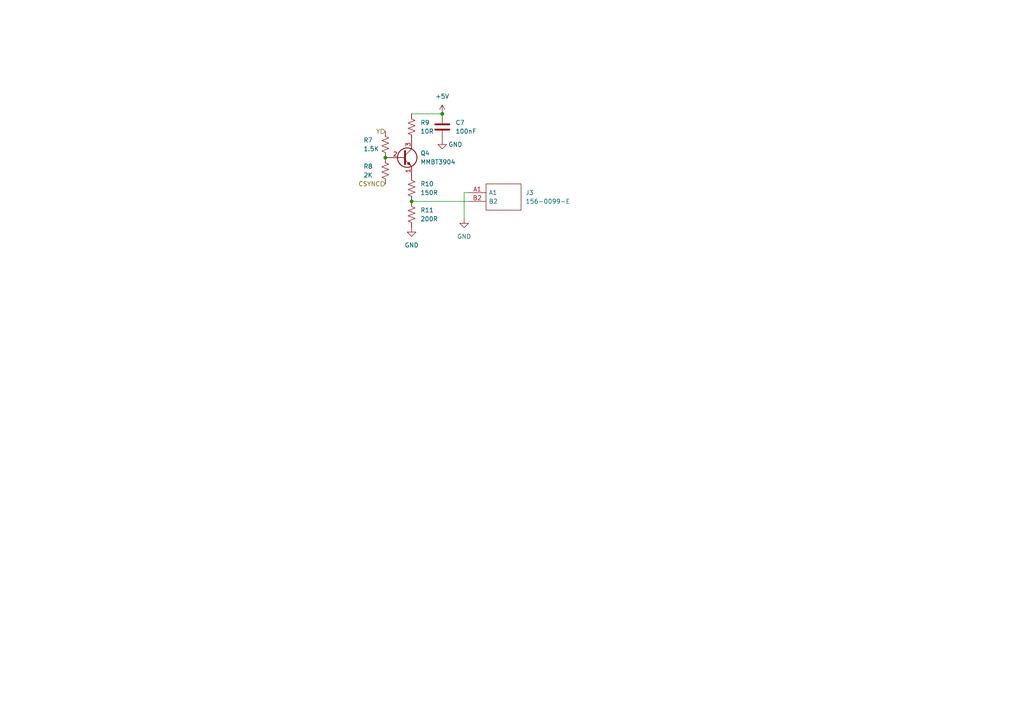
<source format=kicad_sch>
(kicad_sch (version 20230121) (generator eeschema)
  (paper "A4")
  (lib_symbols
    (symbol "Device:C" (pin_numbers hide) (pin_names (offset 0.254))
      (property "Reference" "C" (at 0.635 2.54 0))
      (property "Value" "C" (at 0.635 -2.54 0))
      (symbol "C_0_1"
        (polyline (pts (xy -2.032 -0.762) (xy 2.032 -0.762)) (stroke (width 0.508)))
        (polyline (pts (xy -2.032 0.762) (xy 2.032 0.762)) (stroke (width 0.508)))
      )
      (symbol "C_1_1"
        (pin passive line (at 0 3.81 270) (length 2.794) (name "~") (number "1"))
        (pin passive line (at 0 -3.81 90) (length 2.794) (name "~") (number "2"))
      )
    )
    (symbol "Device:Q_NPN_EBC" (pin_names (offset 0) hide)
      (property "Reference" "Q" (at 5.08 1.27 0))
      (property "Value" "Q_NPN_EBC" (at 5.08 -1.27 0))
      (symbol "Q_NPN_EBC_0_1"
        (polyline (pts (xy 0.635 0.635) (xy 2.54 2.54)))
        (polyline (pts (xy 0.635 -0.635) (xy 2.54 -2.54) (xy 2.54 -2.54)))
        (polyline (pts (xy 0.635 1.905) (xy 0.635 -1.905) (xy 0.635 -1.905)) (stroke (width 0.508)))
        (polyline (pts (xy 1.27 -1.778) (xy 1.778 -1.27) (xy 2.286 -2.286) (xy 1.27 -1.778) (xy 1.27 -1.778)) (fill (type outline)))
        (circle (center 1.27 0) (radius 2.8194) (stroke (width 0.254)))
      )
      (symbol "Q_NPN_EBC_1_1"
        (pin passive line (at 2.54 -5.08 90) (length 2.54) (name "E") (number "1"))
        (pin passive line (at -5.08 0 0) (length 5.715) (name "B") (number "2"))
        (pin passive line (at 2.54 5.08 270) (length 2.54) (name "C") (number "3"))
      )
    )
    (symbol "Device:R_US" (pin_numbers hide) (pin_names (offset 0))
      (property "Reference" "R" (at 2.54 0 90))
      (property "Value" "R_US" (at -2.54 0 90))
      (symbol "R_US_0_1"
        (polyline (pts (xy 0 -2.286) (xy 0 -2.54)))
        (polyline (pts (xy 0 2.286) (xy 0 2.54)))
        (polyline (pts (xy 0 -0.762) (xy 1.016 -1.143) (xy 0 -1.524) (xy -1.016 -1.905) (xy 0 -2.286)))
        (polyline (pts (xy 0 0.762) (xy 1.016 0.381) (xy 0 0) (xy -1.016 -0.381) (xy 0 -0.762)))
        (polyline (pts (xy 0 2.286) (xy 1.016 1.905) (xy 0 1.524) (xy -1.016 1.143) (xy 0 0.762)))
      )
      (symbol "R_US_1_1"
        (pin passive line (at 0 3.81 270) (length 1.27) (name "~") (number "1"))
        (pin passive line (at 0 -3.81 90) (length 1.27) (name "~") (number "2"))
      )
    )
    (symbol "SamacSys_Parts:156-0099-E" (pin_names (offset 0.762))
      (property "Reference" "J" (at 16.51 7.62 0))
      (property "Value" "156-0099-E" (at 16.51 5.08 0))
      (symbol "156-0099-E_0_0"
        (pin passive line (at 0 0 0) (length 5.08) (name "A1") (number "A1"))
        (pin passive line (at 0 -2.54 0) (length 5.08) (name "B2") (number "B2"))
      )
      (symbol "156-0099-E_0_1"
        (polyline (pts (xy 5.08 2.54) (xy 15.24 2.54) (xy 15.24 -5.08) (xy 5.08 -5.08) (xy 5.08 2.54)) (stroke (width 0.1524)))
      )
    )
    (symbol "power:+5V" (power) (pin_names (offset 0))
      (property "Value" "+5V" (at 0 3.556 0))
      (symbol "+5V_0_1"
        (polyline (pts (xy -0.762 1.27) (xy 0 2.54)))
        (polyline (pts (xy 0 0) (xy 0 2.54)))
        (polyline (pts (xy 0 2.54) (xy 0.762 1.27)))
      )
      (symbol "+5V_1_1"
        (pin power_in line (at 0 0 90) (length 0) hide (name "+5V") (number "1"))
      )
    )
    (symbol "power:GND" (power) (pin_names (offset 0))
      (property "Value" "GND" (at 0 -3.81 0))
      (symbol "GND_0_1"
        (polyline (pts (xy 0 0) (xy 0 -1.27) (xy 1.27 -1.27) (xy 0 -2.54) (xy -1.27 -1.27) (xy 0 -1.27)))
      )
      (symbol "GND_1_1"
        (pin power_in line (at 0 0 270) (length 0) hide (name "GND") (number "1"))
      )
    )
  )
  (junction (at 111.76 45.72))
  (junction (at 119.38 58.42))
  (junction (at 128.27 33.02))
  (wire (pts (xy 135.89 55.88) (xy 134.62 55.88)))
  (wire (pts (xy 134.62 55.88) (xy 134.62 63.5)))
  (wire (pts (xy 119.38 58.42) (xy 135.89 58.42)))
  (wire (pts (xy 119.38 33.02) (xy 128.27 33.02)))
  (hierarchical_label "CSYNC" (shape input) (at 111.76 53.34 180))
  (hierarchical_label "Y" (shape input) (at 111.76 38.1 180))
  (symbol (lib_id "Device:R_US") (at 111.76 49.53 180) (unit 1)
    (property "Reference" "R8" (at 105.41 48.26 0) (effects (justify right)))
    (property "Value" "2K" (at 105.41 50.8 0) (effects (justify right)))
    (property "Footprint" "Resistor_SMD:R_0603_1608Metric_Pad0.98x0.95mm_HandSolder" (effects hide))
  )
  (symbol (lib_id "power:GND") (at 134.62 63.5 0) (unit 1)
    (property "Reference" "#PWR090" (effects hide))
    (property "Value" "GND" (at 134.62 68.58 0))
  )
  (symbol (lib_id "power:GND") (at 128.27 40.64 0) (unit 1)
    (property "Reference" "#PWR091" (effects hide))
    (property "Value" "GND" (at 132.08 41.91 0))
  )
  (symbol (lib_id "SamacSys_Parts:156-0099-E") (at 135.89 55.88 0) (unit 1)
    (property "Reference" "J3" (at 152.4 55.88 0) (effects (justify left)))
    (property "Value" "156-0099-E" (at 152.4 58.42 0) (effects (justify left)))
    (property "Footprint" "SamacSys_Parts:1560099E" (effects hide))
    (property "Description" "RCA Phono Connectors RCA Phono Jack Yellow" (effects hide))
    (property "Height" "13.005" (effects hide))
    (property "Mouser Part Number" "156-0099-E" (effects hide))
    (property "Mouser Price/Stock" "https://www.mouser.co.uk/ProductDetail/Kobiconn/156-0099-E?qs=DPoM0jnrROVFJsiqZKCJMQ%3D%3D" (effects hide))
    (property "Manufacturer_Name" "Kobiconn" (effects hide))
    (property "Manufacturer_Part_Number" "156-0099-E" (effects hide))
  )
  (symbol (lib_id "power:GND") (at 119.38 66.04 0) (unit 1)
    (property "Reference" "#PWR092" (effects hide))
    (property "Value" "GND" (at 119.38 71.12 0))
  )
  (symbol (lib_id "Device:R_US") (at 111.76 41.91 180) (unit 1)
    (property "Reference" "R7" (at 105.41 40.64 0) (effects (justify right)))
    (property "Value" "1.5K" (at 105.41 43.18 0) (effects (justify right)))
    (property "Footprint" "Resistor_SMD:R_0603_1608Metric_Pad0.98x0.95mm_HandSolder" (effects hide))
  )
  (symbol (lib_id "Device:R_US") (at 119.38 54.61 0) (unit 1)
    (property "Reference" "R10" (at 121.92 53.34 0) (effects (justify left)))
    (property "Value" "150R" (at 121.92 55.88 0) (effects (justify left)))
    (property "Footprint" "Resistor_SMD:R_0603_1608Metric_Pad0.98x0.95mm_HandSolder" (effects hide))
  )
  (symbol (lib_id "power:+5V") (at 128.27 33.02 0) (unit 1)
    (property "Reference" "#PWR093" (effects hide))
    (property "Value" "+5V" (at 128.27 27.94 0))
  )
  (symbol (lib_id "Device:R_US") (at 119.38 62.23 0) (unit 1)
    (property "Reference" "R11" (at 121.92 60.96 0) (effects (justify left)))
    (property "Value" "200R" (at 121.92 63.5 0) (effects (justify left)))
    (property "Footprint" "Resistor_SMD:R_0603_1608Metric_Pad0.98x0.95mm_HandSolder" (effects hide))
  )
  (symbol (lib_id "Device:Q_NPN_EBC") (at 116.84 45.72 0) (unit 1)
    (property "Reference" "Q4" (at 121.92 44.45 0) (effects (justify left)))
    (property "Value" "MMBT3904" (at 121.92 46.99 0) (effects (justify left)))
    (property "Footprint" "Package_TO_SOT_SMD:SOT-23_Handsoldering" (effects hide))
  )
  (symbol (lib_id "Device:C") (at 128.27 36.83 180) (unit 1)
    (property "Reference" "C7" (at 132.08 35.56 0) (effects (justify right)))
    (property "Value" "100nF" (at 132.08 38.1 0) (effects (justify right)))
    (property "Footprint" "Capacitor_SMD:C_0603_1608Metric_Pad1.08x0.95mm_HandSolder" (effects hide))
  )
  (symbol (lib_id "Device:R_US") (at 119.38 36.83 0) (unit 1)
    (property "Reference" "R9" (at 121.92 35.56 0) (effects (justify left)))
    (property "Value" "10R" (at 121.92 38.1 0) (effects (justify left)))
    (property "Footprint" "Resistor_SMD:R_0603_1608Metric_Pad0.98x0.95mm_HandSolder" (effects hide))
  )
)
</source>
